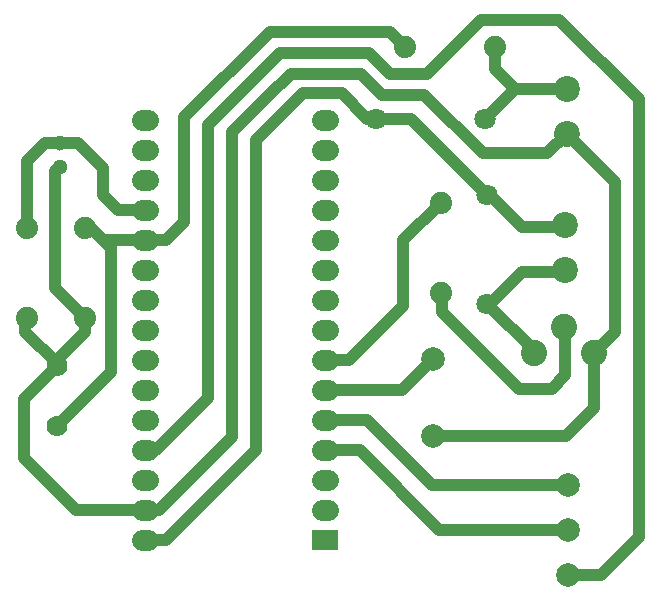
<source format=gbl>
G04 Layer: BottomLayer*
G04 EasyEDA v6.4.17, 2021-03-05T14:08:29+01:00*
G04 e79a21ba503147348f05fdbb2aa03285,d81f5713b0f84f0ea64707c539aa2fa5,10*
G04 Gerber Generator version 0.2*
G04 Scale: 100 percent, Rotated: No, Reflected: No *
G04 Dimensions in millimeters *
G04 leading zeros omitted , absolute positions ,4 integer and 5 decimal *
%FSLAX45Y45*%
%MOMM*%

%ADD11C,1.8796*%
%ADD12C,2.2200*%
%ADD13C,1.3000*%
%ADD14C,2.0000*%
%ADD15C,2.2000*%
%ADD16C,1.8000*%
%ADD17R,2.2860X1.7780*%
%ADD18C,1.7780*%
%ADD19C,1.0000*%

%LPD*%
D19*
X2222500Y2120900D02*
G01*
X2311400Y2120900D01*
X2755900Y2565400D01*
X2755900Y4876800D01*
X3365500Y5486400D01*
X4114800Y5486400D01*
X4292600Y5308600D01*
X4610100Y5308600D01*
X5067300Y5765800D01*
X5727700Y5765800D01*
X6400800Y5092700D01*
X6400800Y1384300D01*
X6083300Y1066800D01*
X5803900Y1066800D01*
X5791200Y4800600D02*
G01*
X5626100Y4635500D01*
X5080000Y4635500D01*
X4584700Y5130800D01*
X4229100Y5130800D01*
X4051300Y5308600D01*
X3454400Y5308600D01*
X3263900Y5118100D01*
X4419600Y5537200D02*
G01*
X4292600Y5664200D01*
X3276600Y5664200D01*
X2552700Y4940300D01*
X2552700Y4051300D01*
X2400300Y3898900D01*
X2222500Y3898900D01*
X4175506Y4927600D02*
G01*
X4102100Y4927600D01*
X3886200Y5143500D01*
X3556000Y5143500D01*
X3162300Y4749800D01*
X3162300Y2120900D01*
X2400300Y1358900D01*
X2222500Y1358900D01*
X3263900Y5118100D02*
G01*
X2959100Y4813300D01*
X2959100Y2235200D01*
X2336800Y1612900D01*
X2222500Y1612900D01*
X5803900Y1447800D02*
G01*
X4711700Y1447800D01*
X4038600Y2120900D01*
X3746500Y2120900D01*
X5803900Y1828800D02*
G01*
X4648200Y1828800D01*
X4102100Y2374900D01*
X3746500Y2374900D01*
X4724400Y3454400D02*
G01*
X4737100Y3441700D01*
X4737100Y3289300D01*
X5384800Y2641600D01*
X5664200Y2641600D01*
X5778500Y2755900D01*
X4724400Y4216400D02*
G01*
X4406900Y3898900D01*
X4406900Y3340100D01*
X3949700Y2882900D01*
X3746500Y2882900D01*
X5765800Y3162300D02*
G01*
X5778500Y3149600D01*
X5778500Y2755900D01*
X5118100Y4282694D02*
G01*
X4473193Y4927600D01*
X4175506Y4927600D01*
X5778500Y4025900D02*
G01*
X5765800Y4013200D01*
X5410200Y4013200D01*
X5140706Y4282694D01*
X5118100Y4282694D01*
X5778500Y3644900D02*
G01*
X5765800Y3632200D01*
X5410200Y3632200D01*
X5140706Y3362705D01*
X5118100Y3362705D01*
X4660900Y2890520D02*
G01*
X4399279Y2628900D01*
X3746500Y2628900D01*
X6019800Y2946400D02*
G01*
X6019800Y2476500D01*
X5783579Y2240279D01*
X4660900Y2240279D01*
X2222500Y1612900D02*
G01*
X1638300Y1612900D01*
X1193800Y2057400D01*
X1193800Y2552700D01*
X1473200Y2832100D01*
X1866900Y3898900D02*
G01*
X1930400Y3835400D01*
X1930400Y2781300D01*
X1473200Y2324100D01*
X1714500Y3238500D02*
G01*
X1714500Y3124200D01*
X1473200Y2882900D01*
X1473200Y2832100D01*
X1219200Y3238500D02*
G01*
X1206500Y3225800D01*
X1206500Y3124200D01*
X1473200Y2857500D01*
X1473200Y2832100D01*
X1498605Y4522810D02*
G01*
X1460500Y4484705D01*
X1460500Y3492500D01*
X1714500Y3238500D01*
X2222500Y4152900D02*
G01*
X1993900Y4152900D01*
X1866900Y4279900D01*
X1866900Y4508500D01*
X1652523Y4722876D01*
X1498600Y4722876D01*
X1498605Y4722812D02*
G01*
X1371600Y4724400D01*
X1219200Y4572000D01*
X1219200Y4000500D01*
X2222500Y3898900D02*
G01*
X1866900Y3898900D01*
X1765300Y4000500D01*
X1714500Y4000500D01*
X5181600Y5537200D02*
G01*
X5181600Y5349491D01*
X5349491Y5181600D01*
X5791200Y5181600D02*
G01*
X5349493Y5181600D01*
X5095493Y4927600D01*
X6019800Y2946400D02*
G01*
X6197600Y3124200D01*
X6197600Y4394200D01*
X5791200Y4800600D01*
X5511800Y2946400D02*
G01*
X5511800Y2969005D01*
X5118100Y3362705D01*
D11*
G01*
X1714500Y3238500D03*
G01*
X1714500Y4000500D03*
G01*
X4419600Y5537200D03*
G01*
X5181600Y5537200D03*
G01*
X1219200Y3238500D03*
G01*
X1219200Y4000500D03*
G01*
X4724400Y4216400D03*
G01*
X4724400Y3454400D03*
D12*
G01*
X6019800Y2946400D03*
G01*
X5765800Y3162300D03*
G01*
X5511800Y2946400D03*
D13*
G01*
X1498605Y4722809D03*
G01*
X1498605Y4522810D03*
D14*
G01*
X4660900Y2240279D03*
G01*
X4660900Y2890520D03*
D15*
G01*
X5791200Y5181600D03*
G01*
X5791200Y4800600D03*
G01*
X5778500Y4025900D03*
G01*
X5778500Y3644900D03*
D14*
G01*
X5803900Y1828800D03*
G01*
X5803900Y1447800D03*
G01*
X5803900Y1066800D03*
D16*
G01*
X4175506Y4927600D03*
G01*
X5095493Y4927600D03*
G01*
X5118100Y4282694D03*
G01*
X5118100Y3362705D03*
D17*
G01*
X3746500Y1358900D03*
D18*
G01*
X1473200Y2324100D03*
G01*
X1473200Y2832100D03*
X3721100Y1612900D02*
G01*
X3771900Y1612900D01*
X3721100Y1866900D02*
G01*
X3771900Y1866900D01*
X3721100Y2120900D02*
G01*
X3771900Y2120900D01*
X3721100Y2374900D02*
G01*
X3771900Y2374900D01*
X3721100Y2628900D02*
G01*
X3771900Y2628900D01*
X3721100Y2882900D02*
G01*
X3771900Y2882900D01*
X3721100Y3136900D02*
G01*
X3771900Y3136900D01*
X3721100Y3390900D02*
G01*
X3771900Y3390900D01*
X3721100Y3644900D02*
G01*
X3771900Y3644900D01*
X3721100Y3898900D02*
G01*
X3771900Y3898900D01*
X3721100Y4152900D02*
G01*
X3771900Y4152900D01*
X3721100Y4406900D02*
G01*
X3771900Y4406900D01*
X3721100Y4660900D02*
G01*
X3771900Y4660900D01*
X3721100Y4914900D02*
G01*
X3771900Y4914900D01*
X2197100Y1358900D02*
G01*
X2247900Y1358900D01*
X2197100Y1612900D02*
G01*
X2247900Y1612900D01*
X2197100Y1866900D02*
G01*
X2247900Y1866900D01*
X2197100Y2120900D02*
G01*
X2247900Y2120900D01*
X2197100Y2374900D02*
G01*
X2247900Y2374900D01*
X2197100Y2628900D02*
G01*
X2247900Y2628900D01*
X2197100Y2882900D02*
G01*
X2247900Y2882900D01*
X2197100Y3136900D02*
G01*
X2247900Y3136900D01*
X2197100Y3390900D02*
G01*
X2247900Y3390900D01*
X2197100Y3644900D02*
G01*
X2247900Y3644900D01*
X2197100Y3898900D02*
G01*
X2247900Y3898900D01*
X2197100Y4152900D02*
G01*
X2247900Y4152900D01*
X2197100Y4406900D02*
G01*
X2247900Y4406900D01*
X2197100Y4660900D02*
G01*
X2247900Y4660900D01*
X2197100Y4914900D02*
G01*
X2247900Y4914900D01*
M02*

</source>
